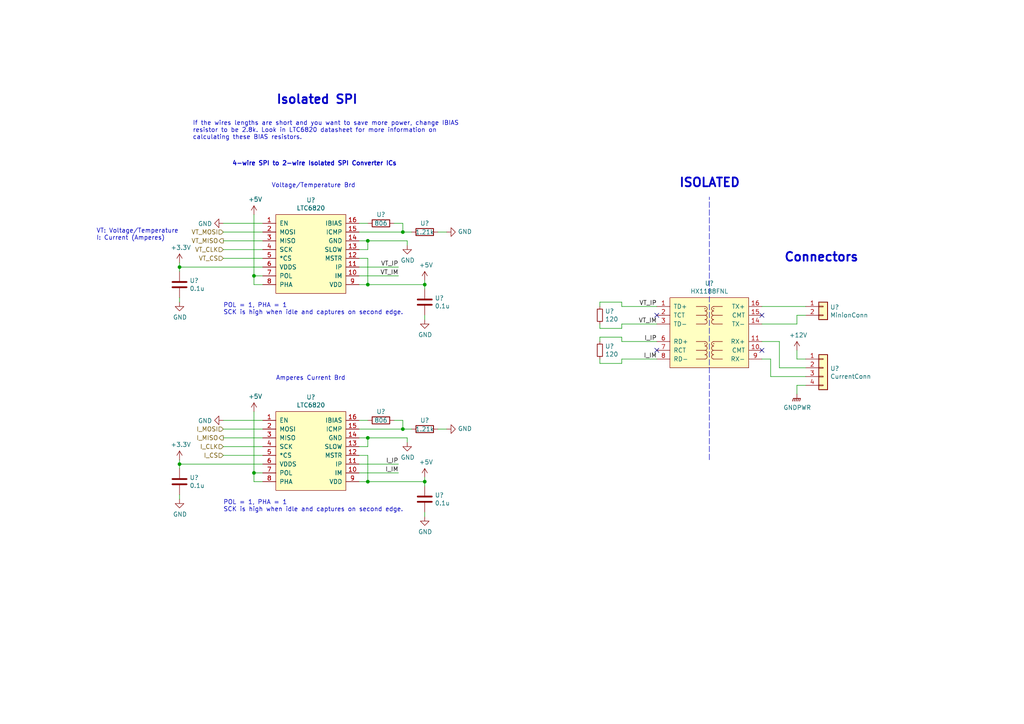
<source format=kicad_sch>
(kicad_sch (version 20211123) (generator eeschema)

  (uuid fb50f0d7-c85c-4955-a6ad-65fa4f2ca52f)

  (paper "A4")

  (lib_symbols
    (symbol "Connector_Generic:Conn_01x02" (pin_names (offset 1.016) hide) (in_bom yes) (on_board yes)
      (property "Reference" "J" (id 0) (at 0 2.54 0)
        (effects (font (size 1.27 1.27)))
      )
      (property "Value" "Conn_01x02" (id 1) (at 0 -5.08 0)
        (effects (font (size 1.27 1.27)))
      )
      (property "Footprint" "" (id 2) (at 0 0 0)
        (effects (font (size 1.27 1.27)) hide)
      )
      (property "Datasheet" "~" (id 3) (at 0 0 0)
        (effects (font (size 1.27 1.27)) hide)
      )
      (property "ki_keywords" "connector" (id 4) (at 0 0 0)
        (effects (font (size 1.27 1.27)) hide)
      )
      (property "ki_description" "Generic connector, single row, 01x02, script generated (kicad-library-utils/schlib/autogen/connector/)" (id 5) (at 0 0 0)
        (effects (font (size 1.27 1.27)) hide)
      )
      (property "ki_fp_filters" "Connector*:*_1x??_*" (id 6) (at 0 0 0)
        (effects (font (size 1.27 1.27)) hide)
      )
      (symbol "Conn_01x02_1_1"
        (rectangle (start -1.27 -2.413) (end 0 -2.667)
          (stroke (width 0.1524) (type default) (color 0 0 0 0))
          (fill (type none))
        )
        (rectangle (start -1.27 0.127) (end 0 -0.127)
          (stroke (width 0.1524) (type default) (color 0 0 0 0))
          (fill (type none))
        )
        (rectangle (start -1.27 1.27) (end 1.27 -3.81)
          (stroke (width 0.254) (type default) (color 0 0 0 0))
          (fill (type background))
        )
        (pin passive line (at -5.08 0 0) (length 3.81)
          (name "Pin_1" (effects (font (size 1.27 1.27))))
          (number "1" (effects (font (size 1.27 1.27))))
        )
        (pin passive line (at -5.08 -2.54 0) (length 3.81)
          (name "Pin_2" (effects (font (size 1.27 1.27))))
          (number "2" (effects (font (size 1.27 1.27))))
        )
      )
    )
    (symbol "Connector_Generic:Conn_01x04" (pin_names (offset 1.016) hide) (in_bom yes) (on_board yes)
      (property "Reference" "J" (id 0) (at 0 5.08 0)
        (effects (font (size 1.27 1.27)))
      )
      (property "Value" "Conn_01x04" (id 1) (at 0 -7.62 0)
        (effects (font (size 1.27 1.27)))
      )
      (property "Footprint" "" (id 2) (at 0 0 0)
        (effects (font (size 1.27 1.27)) hide)
      )
      (property "Datasheet" "~" (id 3) (at 0 0 0)
        (effects (font (size 1.27 1.27)) hide)
      )
      (property "ki_keywords" "connector" (id 4) (at 0 0 0)
        (effects (font (size 1.27 1.27)) hide)
      )
      (property "ki_description" "Generic connector, single row, 01x04, script generated (kicad-library-utils/schlib/autogen/connector/)" (id 5) (at 0 0 0)
        (effects (font (size 1.27 1.27)) hide)
      )
      (property "ki_fp_filters" "Connector*:*_1x??_*" (id 6) (at 0 0 0)
        (effects (font (size 1.27 1.27)) hide)
      )
      (symbol "Conn_01x04_1_1"
        (rectangle (start -1.27 -4.953) (end 0 -5.207)
          (stroke (width 0.1524) (type default) (color 0 0 0 0))
          (fill (type none))
        )
        (rectangle (start -1.27 -2.413) (end 0 -2.667)
          (stroke (width 0.1524) (type default) (color 0 0 0 0))
          (fill (type none))
        )
        (rectangle (start -1.27 0.127) (end 0 -0.127)
          (stroke (width 0.1524) (type default) (color 0 0 0 0))
          (fill (type none))
        )
        (rectangle (start -1.27 2.667) (end 0 2.413)
          (stroke (width 0.1524) (type default) (color 0 0 0 0))
          (fill (type none))
        )
        (rectangle (start -1.27 3.81) (end 1.27 -6.35)
          (stroke (width 0.254) (type default) (color 0 0 0 0))
          (fill (type background))
        )
        (pin passive line (at -5.08 2.54 0) (length 3.81)
          (name "Pin_1" (effects (font (size 1.27 1.27))))
          (number "1" (effects (font (size 1.27 1.27))))
        )
        (pin passive line (at -5.08 0 0) (length 3.81)
          (name "Pin_2" (effects (font (size 1.27 1.27))))
          (number "2" (effects (font (size 1.27 1.27))))
        )
        (pin passive line (at -5.08 -2.54 0) (length 3.81)
          (name "Pin_3" (effects (font (size 1.27 1.27))))
          (number "3" (effects (font (size 1.27 1.27))))
        )
        (pin passive line (at -5.08 -5.08 0) (length 3.81)
          (name "Pin_4" (effects (font (size 1.27 1.27))))
          (number "4" (effects (font (size 1.27 1.27))))
        )
      )
    )
    (symbol "Device:C" (pin_numbers hide) (pin_names (offset 0.254)) (in_bom yes) (on_board yes)
      (property "Reference" "C" (id 0) (at 0.635 2.54 0)
        (effects (font (size 1.27 1.27)) (justify left))
      )
      (property "Value" "C" (id 1) (at 0.635 -2.54 0)
        (effects (font (size 1.27 1.27)) (justify left))
      )
      (property "Footprint" "" (id 2) (at 0.9652 -3.81 0)
        (effects (font (size 1.27 1.27)) hide)
      )
      (property "Datasheet" "~" (id 3) (at 0 0 0)
        (effects (font (size 1.27 1.27)) hide)
      )
      (property "ki_keywords" "cap capacitor" (id 4) (at 0 0 0)
        (effects (font (size 1.27 1.27)) hide)
      )
      (property "ki_description" "Unpolarized capacitor" (id 5) (at 0 0 0)
        (effects (font (size 1.27 1.27)) hide)
      )
      (property "ki_fp_filters" "C_*" (id 6) (at 0 0 0)
        (effects (font (size 1.27 1.27)) hide)
      )
      (symbol "C_0_1"
        (polyline
          (pts
            (xy -2.032 -0.762)
            (xy 2.032 -0.762)
          )
          (stroke (width 0.508) (type default) (color 0 0 0 0))
          (fill (type none))
        )
        (polyline
          (pts
            (xy -2.032 0.762)
            (xy 2.032 0.762)
          )
          (stroke (width 0.508) (type default) (color 0 0 0 0))
          (fill (type none))
        )
      )
      (symbol "C_1_1"
        (pin passive line (at 0 3.81 270) (length 2.794)
          (name "~" (effects (font (size 1.27 1.27))))
          (number "1" (effects (font (size 1.27 1.27))))
        )
        (pin passive line (at 0 -3.81 90) (length 2.794)
          (name "~" (effects (font (size 1.27 1.27))))
          (number "2" (effects (font (size 1.27 1.27))))
        )
      )
    )
    (symbol "Device:R" (pin_numbers hide) (pin_names (offset 0)) (in_bom yes) (on_board yes)
      (property "Reference" "R" (id 0) (at 2.032 0 90)
        (effects (font (size 1.27 1.27)))
      )
      (property "Value" "R" (id 1) (at 0 0 90)
        (effects (font (size 1.27 1.27)))
      )
      (property "Footprint" "" (id 2) (at -1.778 0 90)
        (effects (font (size 1.27 1.27)) hide)
      )
      (property "Datasheet" "~" (id 3) (at 0 0 0)
        (effects (font (size 1.27 1.27)) hide)
      )
      (property "ki_keywords" "R res resistor" (id 4) (at 0 0 0)
        (effects (font (size 1.27 1.27)) hide)
      )
      (property "ki_description" "Resistor" (id 5) (at 0 0 0)
        (effects (font (size 1.27 1.27)) hide)
      )
      (property "ki_fp_filters" "R_*" (id 6) (at 0 0 0)
        (effects (font (size 1.27 1.27)) hide)
      )
      (symbol "R_0_1"
        (rectangle (start -1.016 -2.54) (end 1.016 2.54)
          (stroke (width 0.254) (type default) (color 0 0 0 0))
          (fill (type none))
        )
      )
      (symbol "R_1_1"
        (pin passive line (at 0 3.81 270) (length 1.27)
          (name "~" (effects (font (size 1.27 1.27))))
          (number "1" (effects (font (size 1.27 1.27))))
        )
        (pin passive line (at 0 -3.81 90) (length 1.27)
          (name "~" (effects (font (size 1.27 1.27))))
          (number "2" (effects (font (size 1.27 1.27))))
        )
      )
    )
    (symbol "Device:R_Small" (pin_numbers hide) (pin_names (offset 0.254) hide) (in_bom yes) (on_board yes)
      (property "Reference" "R" (id 0) (at 0.762 0.508 0)
        (effects (font (size 1.27 1.27)) (justify left))
      )
      (property "Value" "R_Small" (id 1) (at 0.762 -1.016 0)
        (effects (font (size 1.27 1.27)) (justify left))
      )
      (property "Footprint" "" (id 2) (at 0 0 0)
        (effects (font (size 1.27 1.27)) hide)
      )
      (property "Datasheet" "~" (id 3) (at 0 0 0)
        (effects (font (size 1.27 1.27)) hide)
      )
      (property "ki_keywords" "R resistor" (id 4) (at 0 0 0)
        (effects (font (size 1.27 1.27)) hide)
      )
      (property "ki_description" "Resistor, small symbol" (id 5) (at 0 0 0)
        (effects (font (size 1.27 1.27)) hide)
      )
      (property "ki_fp_filters" "R_*" (id 6) (at 0 0 0)
        (effects (font (size 1.27 1.27)) hide)
      )
      (symbol "R_Small_0_1"
        (rectangle (start -0.762 1.778) (end 0.762 -1.778)
          (stroke (width 0.2032) (type default) (color 0 0 0 0))
          (fill (type none))
        )
      )
      (symbol "R_Small_1_1"
        (pin passive line (at 0 2.54 270) (length 0.762)
          (name "~" (effects (font (size 1.27 1.27))))
          (number "1" (effects (font (size 1.27 1.27))))
        )
        (pin passive line (at 0 -2.54 90) (length 0.762)
          (name "~" (effects (font (size 1.27 1.27))))
          (number "2" (effects (font (size 1.27 1.27))))
        )
      )
    )
    (symbol "power:+12V" (power) (pin_names (offset 0)) (in_bom yes) (on_board yes)
      (property "Reference" "#PWR" (id 0) (at 0 -3.81 0)
        (effects (font (size 1.27 1.27)) hide)
      )
      (property "Value" "+12V" (id 1) (at 0 3.556 0)
        (effects (font (size 1.27 1.27)))
      )
      (property "Footprint" "" (id 2) (at 0 0 0)
        (effects (font (size 1.27 1.27)) hide)
      )
      (property "Datasheet" "" (id 3) (at 0 0 0)
        (effects (font (size 1.27 1.27)) hide)
      )
      (property "ki_keywords" "power-flag" (id 4) (at 0 0 0)
        (effects (font (size 1.27 1.27)) hide)
      )
      (property "ki_description" "Power symbol creates a global label with name \"+12V\"" (id 5) (at 0 0 0)
        (effects (font (size 1.27 1.27)) hide)
      )
      (symbol "+12V_0_1"
        (polyline
          (pts
            (xy -0.762 1.27)
            (xy 0 2.54)
          )
          (stroke (width 0) (type default) (color 0 0 0 0))
          (fill (type none))
        )
        (polyline
          (pts
            (xy 0 0)
            (xy 0 2.54)
          )
          (stroke (width 0) (type default) (color 0 0 0 0))
          (fill (type none))
        )
        (polyline
          (pts
            (xy 0 2.54)
            (xy 0.762 1.27)
          )
          (stroke (width 0) (type default) (color 0 0 0 0))
          (fill (type none))
        )
      )
      (symbol "+12V_1_1"
        (pin power_in line (at 0 0 90) (length 0) hide
          (name "+12V" (effects (font (size 1.27 1.27))))
          (number "1" (effects (font (size 1.27 1.27))))
        )
      )
    )
    (symbol "power:+3.3V" (power) (pin_names (offset 0)) (in_bom yes) (on_board yes)
      (property "Reference" "#PWR" (id 0) (at 0 -3.81 0)
        (effects (font (size 1.27 1.27)) hide)
      )
      (property "Value" "+3.3V" (id 1) (at 0 3.556 0)
        (effects (font (size 1.27 1.27)))
      )
      (property "Footprint" "" (id 2) (at 0 0 0)
        (effects (font (size 1.27 1.27)) hide)
      )
      (property "Datasheet" "" (id 3) (at 0 0 0)
        (effects (font (size 1.27 1.27)) hide)
      )
      (property "ki_keywords" "power-flag" (id 4) (at 0 0 0)
        (effects (font (size 1.27 1.27)) hide)
      )
      (property "ki_description" "Power symbol creates a global label with name \"+3.3V\"" (id 5) (at 0 0 0)
        (effects (font (size 1.27 1.27)) hide)
      )
      (symbol "+3.3V_0_1"
        (polyline
          (pts
            (xy -0.762 1.27)
            (xy 0 2.54)
          )
          (stroke (width 0) (type default) (color 0 0 0 0))
          (fill (type none))
        )
        (polyline
          (pts
            (xy 0 0)
            (xy 0 2.54)
          )
          (stroke (width 0) (type default) (color 0 0 0 0))
          (fill (type none))
        )
        (polyline
          (pts
            (xy 0 2.54)
            (xy 0.762 1.27)
          )
          (stroke (width 0) (type default) (color 0 0 0 0))
          (fill (type none))
        )
      )
      (symbol "+3.3V_1_1"
        (pin power_in line (at 0 0 90) (length 0) hide
          (name "+3.3V" (effects (font (size 1.27 1.27))))
          (number "1" (effects (font (size 1.27 1.27))))
        )
      )
    )
    (symbol "power:+5V" (power) (pin_names (offset 0)) (in_bom yes) (on_board yes)
      (property "Reference" "#PWR" (id 0) (at 0 -3.81 0)
        (effects (font (size 1.27 1.27)) hide)
      )
      (property "Value" "+5V" (id 1) (at 0 3.556 0)
        (effects (font (size 1.27 1.27)))
      )
      (property "Footprint" "" (id 2) (at 0 0 0)
        (effects (font (size 1.27 1.27)) hide)
      )
      (property "Datasheet" "" (id 3) (at 0 0 0)
        (effects (font (size 1.27 1.27)) hide)
      )
      (property "ki_keywords" "power-flag" (id 4) (at 0 0 0)
        (effects (font (size 1.27 1.27)) hide)
      )
      (property "ki_description" "Power symbol creates a global label with name \"+5V\"" (id 5) (at 0 0 0)
        (effects (font (size 1.27 1.27)) hide)
      )
      (symbol "+5V_0_1"
        (polyline
          (pts
            (xy -0.762 1.27)
            (xy 0 2.54)
          )
          (stroke (width 0) (type default) (color 0 0 0 0))
          (fill (type none))
        )
        (polyline
          (pts
            (xy 0 0)
            (xy 0 2.54)
          )
          (stroke (width 0) (type default) (color 0 0 0 0))
          (fill (type none))
        )
        (polyline
          (pts
            (xy 0 2.54)
            (xy 0.762 1.27)
          )
          (stroke (width 0) (type default) (color 0 0 0 0))
          (fill (type none))
        )
      )
      (symbol "+5V_1_1"
        (pin power_in line (at 0 0 90) (length 0) hide
          (name "+5V" (effects (font (size 1.27 1.27))))
          (number "1" (effects (font (size 1.27 1.27))))
        )
      )
    )
    (symbol "power:GND" (power) (pin_names (offset 0)) (in_bom yes) (on_board yes)
      (property "Reference" "#PWR" (id 0) (at 0 -6.35 0)
        (effects (font (size 1.27 1.27)) hide)
      )
      (property "Value" "GND" (id 1) (at 0 -3.81 0)
        (effects (font (size 1.27 1.27)))
      )
      (property "Footprint" "" (id 2) (at 0 0 0)
        (effects (font (size 1.27 1.27)) hide)
      )
      (property "Datasheet" "" (id 3) (at 0 0 0)
        (effects (font (size 1.27 1.27)) hide)
      )
      (property "ki_keywords" "power-flag" (id 4) (at 0 0 0)
        (effects (font (size 1.27 1.27)) hide)
      )
      (property "ki_description" "Power symbol creates a global label with name \"GND\" , ground" (id 5) (at 0 0 0)
        (effects (font (size 1.27 1.27)) hide)
      )
      (symbol "GND_0_1"
        (polyline
          (pts
            (xy 0 0)
            (xy 0 -1.27)
            (xy 1.27 -1.27)
            (xy 0 -2.54)
            (xy -1.27 -1.27)
            (xy 0 -1.27)
          )
          (stroke (width 0) (type default) (color 0 0 0 0))
          (fill (type none))
        )
      )
      (symbol "GND_1_1"
        (pin power_in line (at 0 0 270) (length 0) hide
          (name "GND" (effects (font (size 1.27 1.27))))
          (number "1" (effects (font (size 1.27 1.27))))
        )
      )
    )
    (symbol "power:GNDPWR" (power) (pin_names (offset 0)) (in_bom yes) (on_board yes)
      (property "Reference" "#PWR" (id 0) (at 0 -5.08 0)
        (effects (font (size 1.27 1.27)) hide)
      )
      (property "Value" "GNDPWR" (id 1) (at 0 -3.302 0)
        (effects (font (size 1.27 1.27)))
      )
      (property "Footprint" "" (id 2) (at 0 -1.27 0)
        (effects (font (size 1.27 1.27)) hide)
      )
      (property "Datasheet" "" (id 3) (at 0 -1.27 0)
        (effects (font (size 1.27 1.27)) hide)
      )
      (property "ki_keywords" "power-flag" (id 4) (at 0 0 0)
        (effects (font (size 1.27 1.27)) hide)
      )
      (property "ki_description" "Power symbol creates a global label with name \"GNDPWR\" , power ground" (id 5) (at 0 0 0)
        (effects (font (size 1.27 1.27)) hide)
      )
      (symbol "GNDPWR_0_1"
        (polyline
          (pts
            (xy 0 -1.27)
            (xy 0 0)
          )
          (stroke (width 0) (type default) (color 0 0 0 0))
          (fill (type none))
        )
        (polyline
          (pts
            (xy -1.016 -1.27)
            (xy -1.27 -2.032)
            (xy -1.27 -2.032)
          )
          (stroke (width 0.2032) (type default) (color 0 0 0 0))
          (fill (type none))
        )
        (polyline
          (pts
            (xy -0.508 -1.27)
            (xy -0.762 -2.032)
            (xy -0.762 -2.032)
          )
          (stroke (width 0.2032) (type default) (color 0 0 0 0))
          (fill (type none))
        )
        (polyline
          (pts
            (xy 0 -1.27)
            (xy -0.254 -2.032)
            (xy -0.254 -2.032)
          )
          (stroke (width 0.2032) (type default) (color 0 0 0 0))
          (fill (type none))
        )
        (polyline
          (pts
            (xy 0.508 -1.27)
            (xy 0.254 -2.032)
            (xy 0.254 -2.032)
          )
          (stroke (width 0.2032) (type default) (color 0 0 0 0))
          (fill (type none))
        )
        (polyline
          (pts
            (xy 1.016 -1.27)
            (xy -1.016 -1.27)
            (xy -1.016 -1.27)
          )
          (stroke (width 0.2032) (type default) (color 0 0 0 0))
          (fill (type none))
        )
        (polyline
          (pts
            (xy 1.016 -1.27)
            (xy 0.762 -2.032)
            (xy 0.762 -2.032)
            (xy 0.762 -2.032)
          )
          (stroke (width 0.2032) (type default) (color 0 0 0 0))
          (fill (type none))
        )
      )
      (symbol "GNDPWR_1_1"
        (pin power_in line (at 0 0 270) (length 0) hide
          (name "GNDPWR" (effects (font (size 1.27 1.27))))
          (number "1" (effects (font (size 1.27 1.27))))
        )
      )
    )
    (symbol "utsvt-bps:LTC6820" (pin_names (offset 1.016)) (in_bom yes) (on_board yes)
      (property "Reference" "U" (id 0) (at 0 3.81 0)
        (effects (font (size 1.27 1.27)))
      )
      (property "Value" "LTC6820" (id 1) (at 0 1.27 0)
        (effects (font (size 1.27 1.27)))
      )
      (property "Footprint" "" (id 2) (at 0 0 0)
        (effects (font (size 1.27 1.27)) hide)
      )
      (property "Datasheet" "" (id 3) (at 0 0 0)
        (effects (font (size 1.27 1.27)) hide)
      )
      (symbol "LTC6820_0_1"
        (rectangle (start -10.16 0) (end 10.16 -22.86)
          (stroke (width 0) (type default) (color 0 0 0 0))
          (fill (type background))
        )
      )
      (symbol "LTC6820_1_1"
        (pin input line (at -13.97 -2.54 0) (length 3.81)
          (name "EN" (effects (font (size 1.27 1.27))))
          (number "1" (effects (font (size 1.27 1.27))))
        )
        (pin bidirectional line (at 13.97 -17.78 180) (length 3.81)
          (name "IM" (effects (font (size 1.27 1.27))))
          (number "10" (effects (font (size 1.27 1.27))))
        )
        (pin bidirectional line (at 13.97 -15.24 180) (length 3.81)
          (name "IP" (effects (font (size 1.27 1.27))))
          (number "11" (effects (font (size 1.27 1.27))))
        )
        (pin input line (at 13.97 -12.7 180) (length 3.81)
          (name "MSTR" (effects (font (size 1.27 1.27))))
          (number "12" (effects (font (size 1.27 1.27))))
        )
        (pin input line (at 13.97 -10.16 180) (length 3.81)
          (name "SLOW" (effects (font (size 1.27 1.27))))
          (number "13" (effects (font (size 1.27 1.27))))
        )
        (pin power_in line (at 13.97 -7.62 180) (length 3.81)
          (name "GND" (effects (font (size 1.27 1.27))))
          (number "14" (effects (font (size 1.27 1.27))))
        )
        (pin input line (at 13.97 -5.08 180) (length 3.81)
          (name "ICMP" (effects (font (size 1.27 1.27))))
          (number "15" (effects (font (size 1.27 1.27))))
        )
        (pin input line (at 13.97 -2.54 180) (length 3.81)
          (name "IBIAS" (effects (font (size 1.27 1.27))))
          (number "16" (effects (font (size 1.27 1.27))))
        )
        (pin bidirectional line (at -13.97 -5.08 0) (length 3.81)
          (name "MOSI" (effects (font (size 1.27 1.27))))
          (number "2" (effects (font (size 1.27 1.27))))
        )
        (pin bidirectional line (at -13.97 -7.62 0) (length 3.81)
          (name "MISO" (effects (font (size 1.27 1.27))))
          (number "3" (effects (font (size 1.27 1.27))))
        )
        (pin bidirectional line (at -13.97 -10.16 0) (length 3.81)
          (name "SCK" (effects (font (size 1.27 1.27))))
          (number "4" (effects (font (size 1.27 1.27))))
        )
        (pin bidirectional line (at -13.97 -12.7 0) (length 3.81)
          (name "*CS" (effects (font (size 1.27 1.27))))
          (number "5" (effects (font (size 1.27 1.27))))
        )
        (pin power_in line (at -13.97 -15.24 0) (length 3.81)
          (name "VDDS" (effects (font (size 1.27 1.27))))
          (number "6" (effects (font (size 1.27 1.27))))
        )
        (pin input line (at -13.97 -17.78 0) (length 3.81)
          (name "POL" (effects (font (size 1.27 1.27))))
          (number "7" (effects (font (size 1.27 1.27))))
        )
        (pin input line (at -13.97 -20.32 0) (length 3.81)
          (name "PHA" (effects (font (size 1.27 1.27))))
          (number "8" (effects (font (size 1.27 1.27))))
        )
        (pin power_in line (at 13.97 -20.32 180) (length 3.81)
          (name "VDD" (effects (font (size 1.27 1.27))))
          (number "9" (effects (font (size 1.27 1.27))))
        )
      )
    )
    (symbol "utsvt-chips:HX1188FNL" (pin_names (offset 1.016)) (in_bom yes) (on_board yes)
      (property "Reference" "U" (id 0) (at 0 3.81 0)
        (effects (font (size 1.27 1.27)))
      )
      (property "Value" "HX1188FNL" (id 1) (at 0 1.27 0)
        (effects (font (size 1.27 1.27)))
      )
      (property "Footprint" "UTSVT_Passive:HXXXX" (id 2) (at 0 0 0)
        (effects (font (size 1.27 1.27)) hide)
      )
      (property "Datasheet" "https://www.mouser.com/datasheet/2/336/HX1188NL-515471.pdf" (id 3) (at 0 0 0)
        (effects (font (size 1.27 1.27)) hide)
      )
      (property "ki_keywords" "transformer, CMC" (id 4) (at 0 0 0)
        (effects (font (size 1.27 1.27)) hide)
      )
      (property "ki_description" "Dual Transformer with CMC" (id 5) (at 0 0 0)
        (effects (font (size 1.27 1.27)) hide)
      )
      (symbol "HX1188FNL_0_1"
        (rectangle (start -11.43 0) (end 11.43 -20.32)
          (stroke (width 0) (type default) (color 0 0 0 0))
          (fill (type background))
        )
        (rectangle (start -3.81 -5.08) (end -1.27 -5.08)
          (stroke (width 0) (type default) (color 0 0 0 0))
          (fill (type none))
        )
        (rectangle (start -1.27 -17.78) (end -3.81 -17.78)
          (stroke (width 0) (type default) (color 0 0 0 0))
          (fill (type none))
        )
        (arc (start -1.27 -17.78) (mid -0.635 -17.145) (end -1.27 -16.51)
          (stroke (width 0) (type default) (color 0 0 0 0))
          (fill (type none))
        )
        (arc (start -1.27 -16.51) (mid -0.635 -15.875) (end -1.27 -15.24)
          (stroke (width 0) (type default) (color 0 0 0 0))
          (fill (type none))
        )
        (rectangle (start -1.27 -15.24) (end -3.81 -15.24)
          (stroke (width 0) (type default) (color 0 0 0 0))
          (fill (type none))
        )
        (arc (start -1.27 -15.24) (mid -0.635 -14.605) (end -1.27 -13.97)
          (stroke (width 0) (type default) (color 0 0 0 0))
          (fill (type none))
        )
        (arc (start -1.27 -13.97) (mid -0.635 -13.335) (end -1.27 -12.7)
          (stroke (width 0) (type default) (color 0 0 0 0))
          (fill (type none))
        )
        (circle (center -1.27 -13.335) (radius 0.0001)
          (stroke (width 0) (type default) (color 0 0 0 0))
          (fill (type none))
        )
        (rectangle (start -1.27 -12.7) (end -3.81 -12.7)
          (stroke (width 0) (type default) (color 0 0 0 0))
          (fill (type none))
        )
        (rectangle (start -1.27 -7.62) (end -3.81 -7.62)
          (stroke (width 0) (type default) (color 0 0 0 0))
          (fill (type none))
        )
        (arc (start -1.27 -7.62) (mid -0.635 -6.985) (end -1.27 -6.35)
          (stroke (width 0) (type default) (color 0 0 0 0))
          (fill (type none))
        )
        (arc (start -1.27 -6.35) (mid -0.635 -5.715) (end -1.27 -5.08)
          (stroke (width 0) (type default) (color 0 0 0 0))
          (fill (type none))
        )
        (arc (start -1.27 -5.08) (mid -0.635 -4.445) (end -1.27 -3.81)
          (stroke (width 0) (type default) (color 0 0 0 0))
          (fill (type none))
        )
        (arc (start -1.27 -3.81) (mid -0.635 -3.175) (end -1.27 -2.54)
          (stroke (width 0) (type default) (color 0 0 0 0))
          (fill (type none))
        )
        (circle (center -1.27 -3.175) (radius 0.0001)
          (stroke (width 0) (type default) (color 0 0 0 0))
          (fill (type none))
        )
        (rectangle (start -1.27 -2.54) (end -3.81 -2.54)
          (stroke (width 0) (type default) (color 0 0 0 0))
          (fill (type none))
        )
        (rectangle (start 1.27 -17.78) (end 3.81 -17.78)
          (stroke (width 0) (type default) (color 0 0 0 0))
          (fill (type none))
        )
        (arc (start 1.27 -16.51) (mid 0.635 -17.145) (end 1.27 -17.78)
          (stroke (width 0) (type default) (color 0 0 0 0))
          (fill (type none))
        )
        (arc (start 1.27 -15.24) (mid 0.635 -15.875) (end 1.27 -16.51)
          (stroke (width 0) (type default) (color 0 0 0 0))
          (fill (type none))
        )
        (rectangle (start 1.27 -15.24) (end 3.81 -15.24)
          (stroke (width 0) (type default) (color 0 0 0 0))
          (fill (type none))
        )
        (arc (start 1.27 -13.97) (mid 0.635 -14.605) (end 1.27 -15.24)
          (stroke (width 0) (type default) (color 0 0 0 0))
          (fill (type none))
        )
        (circle (center 1.27 -13.335) (radius 0.0001)
          (stroke (width 0) (type default) (color 0 0 0 0))
          (fill (type none))
        )
        (arc (start 1.27 -12.7) (mid 0.635 -13.335) (end 1.27 -13.97)
          (stroke (width 0) (type default) (color 0 0 0 0))
          (fill (type none))
        )
        (rectangle (start 1.27 -12.7) (end 3.81 -12.7)
          (stroke (width 0) (type default) (color 0 0 0 0))
          (fill (type none))
        )
        (rectangle (start 1.27 -7.62) (end 3.81 -7.62)
          (stroke (width 0) (type default) (color 0 0 0 0))
          (fill (type none))
        )
        (arc (start 1.27 -6.35) (mid 0.635 -6.985) (end 1.27 -7.62)
          (stroke (width 0) (type default) (color 0 0 0 0))
          (fill (type none))
        )
        (arc (start 1.27 -5.08) (mid 0.635 -5.715) (end 1.27 -6.35)
          (stroke (width 0) (type default) (color 0 0 0 0))
          (fill (type none))
        )
        (rectangle (start 1.27 -5.08) (end 3.81 -5.08)
          (stroke (width 0) (type default) (color 0 0 0 0))
          (fill (type none))
        )
        (arc (start 1.27 -3.81) (mid 0.635 -4.445) (end 1.27 -5.08)
          (stroke (width 0) (type default) (color 0 0 0 0))
          (fill (type none))
        )
        (circle (center 1.27 -3.175) (radius 0.0001)
          (stroke (width 0) (type default) (color 0 0 0 0))
          (fill (type none))
        )
        (arc (start 1.27 -2.54) (mid 0.635 -3.175) (end 1.27 -3.81)
          (stroke (width 0) (type default) (color 0 0 0 0))
          (fill (type none))
        )
        (rectangle (start 1.27 -2.54) (end 3.81 -2.54)
          (stroke (width 0) (type default) (color 0 0 0 0))
          (fill (type none))
        )
      )
      (symbol "HX1188FNL_1_1"
        (pin bidirectional line (at -15.24 -2.54 0) (length 3.81)
          (name "TD+" (effects (font (size 1.27 1.27))))
          (number "1" (effects (font (size 1.27 1.27))))
        )
        (pin bidirectional line (at 15.24 -15.24 180) (length 3.81)
          (name "CMT" (effects (font (size 1.27 1.27))))
          (number "10" (effects (font (size 1.27 1.27))))
        )
        (pin bidirectional line (at 15.24 -12.7 180) (length 3.81)
          (name "RX+" (effects (font (size 1.27 1.27))))
          (number "11" (effects (font (size 1.27 1.27))))
        )
        (pin bidirectional line (at 15.24 -7.62 180) (length 3.81)
          (name "TX-" (effects (font (size 1.27 1.27))))
          (number "14" (effects (font (size 1.27 1.27))))
        )
        (pin bidirectional line (at 15.24 -5.08 180) (length 3.81)
          (name "CMT" (effects (font (size 1.27 1.27))))
          (number "15" (effects (font (size 1.27 1.27))))
        )
        (pin bidirectional line (at 15.24 -2.54 180) (length 3.81)
          (name "TX+" (effects (font (size 1.27 1.27))))
          (number "16" (effects (font (size 1.27 1.27))))
        )
        (pin bidirectional line (at -15.24 -5.08 0) (length 3.81)
          (name "TCT" (effects (font (size 1.27 1.27))))
          (number "2" (effects (font (size 1.27 1.27))))
        )
        (pin bidirectional line (at -15.24 -7.62 0) (length 3.81)
          (name "TD-" (effects (font (size 1.27 1.27))))
          (number "3" (effects (font (size 1.27 1.27))))
        )
        (pin bidirectional line (at -15.24 -12.7 0) (length 3.81)
          (name "RD+" (effects (font (size 1.27 1.27))))
          (number "6" (effects (font (size 1.27 1.27))))
        )
        (pin bidirectional line (at -15.24 -15.24 0) (length 3.81)
          (name "RCT" (effects (font (size 1.27 1.27))))
          (number "7" (effects (font (size 1.27 1.27))))
        )
        (pin bidirectional line (at -15.24 -17.78 0) (length 3.81)
          (name "RD-" (effects (font (size 1.27 1.27))))
          (number "8" (effects (font (size 1.27 1.27))))
        )
        (pin bidirectional line (at 15.24 -17.78 180) (length 3.81)
          (name "RX-" (effects (font (size 1.27 1.27))))
          (number "9" (effects (font (size 1.27 1.27))))
        )
      )
    )
  )

  (junction (at 123.19 139.7) (diameter 0) (color 0 0 0 0)
    (uuid 0f33cbda-6158-42a8-bd60-5bd9f9a5ca0e)
  )
  (junction (at 123.19 82.55) (diameter 0) (color 0 0 0 0)
    (uuid 1b5ab091-ea95-4c45-b97f-d868f1167365)
  )
  (junction (at 106.68 139.7) (diameter 0) (color 0 0 0 0)
    (uuid 3164d5c6-81be-4d76-ac6a-f2ba9d00b3b3)
  )
  (junction (at 116.84 67.31) (diameter 0) (color 0 0 0 0)
    (uuid 400eeca0-6f91-4e36-8f11-a1eb58959bb1)
  )
  (junction (at 73.66 137.16) (diameter 0) (color 0 0 0 0)
    (uuid 7f67a301-b9a5-436c-8b43-6eced1d4e45f)
  )
  (junction (at 106.68 82.55) (diameter 0) (color 0 0 0 0)
    (uuid 94fe89c9-ee2c-4ce0-b7cf-c5b920170e3d)
  )
  (junction (at 106.68 69.85) (diameter 0) (color 0 0 0 0)
    (uuid 98d3ec9b-9d3f-487c-9d7f-94932939c0e4)
  )
  (junction (at 73.66 80.01) (diameter 0) (color 0 0 0 0)
    (uuid 9bc5c6b0-73b6-4d43-b127-120a98cc91de)
  )
  (junction (at 116.84 124.46) (diameter 0) (color 0 0 0 0)
    (uuid 9fc6c04c-e9fe-4bf0-8d11-0f10803875ee)
  )
  (junction (at 52.07 77.47) (diameter 0) (color 0 0 0 0)
    (uuid a90cbe88-4e27-4651-83f4-63f7dd6dc80d)
  )
  (junction (at 106.68 127) (diameter 0) (color 0 0 0 0)
    (uuid b8e0f059-ceed-4b4f-94a3-871f0e9cc4e1)
  )
  (junction (at 52.07 134.62) (diameter 0) (color 0 0 0 0)
    (uuid f941f61a-09ed-427f-84db-82060bbc9e18)
  )

  (no_connect (at 220.98 101.6) (uuid 7ae19a87-ae9c-47dd-8eb6-f688951b80ed))
  (no_connect (at 190.5 91.44) (uuid b3e9bbb5-23bf-4425-a7c0-6d1afb6ec0c5))
  (no_connect (at 190.5 101.6) (uuid f195e34d-000f-4a56-bcd7-27a5f738cebd))
  (no_connect (at 220.98 91.44) (uuid f1ea4a81-ec50-4faa-ad35-e165344b4f5a))

  (wire (pts (xy 114.3 121.92) (xy 116.84 121.92))
    (stroke (width 0) (type default) (color 0 0 0 0))
    (uuid 000b61b6-db9e-4a40-a2bf-a16a59006e10)
  )
  (wire (pts (xy 104.14 74.93) (xy 106.68 74.93))
    (stroke (width 0) (type default) (color 0 0 0 0))
    (uuid 07d4693d-c588-44e1-8dd3-feb5b8bfc1c0)
  )
  (wire (pts (xy 64.77 121.92) (xy 76.2 121.92))
    (stroke (width 0) (type default) (color 0 0 0 0))
    (uuid 09ed7bfe-0dde-43a4-a820-9d05d9ab7a5a)
  )
  (wire (pts (xy 116.84 121.92) (xy 116.84 124.46))
    (stroke (width 0) (type default) (color 0 0 0 0))
    (uuid 0b10ee5a-a81e-4faa-b095-38fc5253f9a2)
  )
  (wire (pts (xy 180.34 95.25) (xy 173.99 95.25))
    (stroke (width 0) (type default) (color 0 0 0 0))
    (uuid 0f463006-e462-46aa-b7ed-27443685cd65)
  )
  (wire (pts (xy 106.68 132.08) (xy 106.68 139.7))
    (stroke (width 0) (type default) (color 0 0 0 0))
    (uuid 103c2ded-cb87-4a51-8456-44fffad2e146)
  )
  (wire (pts (xy 123.19 138.43) (xy 123.19 139.7))
    (stroke (width 0) (type default) (color 0 0 0 0))
    (uuid 11053dfb-de9c-49f0-8eb6-f826c6d0ed96)
  )
  (wire (pts (xy 116.84 124.46) (xy 104.14 124.46))
    (stroke (width 0) (type default) (color 0 0 0 0))
    (uuid 193f4fd7-dc2d-4a6b-ba3b-f4d8c3cfc738)
  )
  (wire (pts (xy 123.19 139.7) (xy 106.68 139.7))
    (stroke (width 0) (type default) (color 0 0 0 0))
    (uuid 1ce7db6b-27c6-4b08-8e80-510b96f1268b)
  )
  (wire (pts (xy 173.99 105.41) (xy 173.99 104.14))
    (stroke (width 0) (type default) (color 0 0 0 0))
    (uuid 1da75e50-6f7c-4cab-a646-04db5681db77)
  )
  (wire (pts (xy 180.34 105.41) (xy 173.99 105.41))
    (stroke (width 0) (type default) (color 0 0 0 0))
    (uuid 1dd4444e-068d-4f73-9e2c-e4f7ffe90de8)
  )
  (wire (pts (xy 119.38 124.46) (xy 116.84 124.46))
    (stroke (width 0) (type default) (color 0 0 0 0))
    (uuid 1de9edbd-d6af-42ad-bb8b-d81d60d3a468)
  )
  (wire (pts (xy 64.77 69.85) (xy 76.2 69.85))
    (stroke (width 0) (type default) (color 0 0 0 0))
    (uuid 2083d73b-f29c-4bd0-ab37-6bef777588cb)
  )
  (wire (pts (xy 52.07 87.63) (xy 52.07 86.36))
    (stroke (width 0) (type default) (color 0 0 0 0))
    (uuid 23d97a8e-f418-46c7-824e-5ad00f2b1a48)
  )
  (wire (pts (xy 73.66 119.38) (xy 73.66 137.16))
    (stroke (width 0) (type default) (color 0 0 0 0))
    (uuid 292c55dd-8ea7-48fe-9a37-b387082b728c)
  )
  (wire (pts (xy 116.84 64.77) (xy 116.84 67.31))
    (stroke (width 0) (type default) (color 0 0 0 0))
    (uuid 2cd53dae-8cb9-4414-a5e5-61764bad81c9)
  )
  (wire (pts (xy 76.2 137.16) (xy 73.66 137.16))
    (stroke (width 0) (type default) (color 0 0 0 0))
    (uuid 2e56339b-e04d-4183-affe-d59dc030cf5b)
  )
  (wire (pts (xy 180.34 99.06) (xy 190.5 99.06))
    (stroke (width 0) (type default) (color 0 0 0 0))
    (uuid 31ba5d82-7c60-4016-a722-74a0a081a9c2)
  )
  (wire (pts (xy 106.68 82.55) (xy 104.14 82.55))
    (stroke (width 0) (type default) (color 0 0 0 0))
    (uuid 31d797e6-3ead-476b-be5c-ba5a5eeb3d1e)
  )
  (wire (pts (xy 123.19 149.86) (xy 123.19 148.59))
    (stroke (width 0) (type default) (color 0 0 0 0))
    (uuid 35047b64-7f39-4959-8fda-19c00dae97b6)
  )
  (wire (pts (xy 180.34 87.63) (xy 180.34 88.9))
    (stroke (width 0) (type default) (color 0 0 0 0))
    (uuid 396076c7-ec67-4554-a7d4-6b752a67b5fe)
  )
  (wire (pts (xy 220.98 93.98) (xy 231.14 93.98))
    (stroke (width 0) (type default) (color 0 0 0 0))
    (uuid 3c773113-776d-4921-8e0f-50d2663a5028)
  )
  (wire (pts (xy 104.14 137.16) (xy 115.57 137.16))
    (stroke (width 0) (type default) (color 0 0 0 0))
    (uuid 3c7d5584-180a-4f8a-8ac6-623256153b6d)
  )
  (wire (pts (xy 104.14 132.08) (xy 106.68 132.08))
    (stroke (width 0) (type default) (color 0 0 0 0))
    (uuid 3ff13978-a718-441d-9f38-b6efa46be6b0)
  )
  (wire (pts (xy 64.77 67.31) (xy 76.2 67.31))
    (stroke (width 0) (type default) (color 0 0 0 0))
    (uuid 411efb7f-e05e-4d7a-a276-c0803e732a89)
  )
  (wire (pts (xy 123.19 92.71) (xy 123.19 91.44))
    (stroke (width 0) (type default) (color 0 0 0 0))
    (uuid 43972dae-3f1c-418f-8f08-f118dde97368)
  )
  (wire (pts (xy 118.11 128.27) (xy 118.11 127))
    (stroke (width 0) (type default) (color 0 0 0 0))
    (uuid 43d53d02-9552-4ecf-8953-6e8f19659791)
  )
  (wire (pts (xy 223.52 109.22) (xy 223.52 104.14))
    (stroke (width 0) (type default) (color 0 0 0 0))
    (uuid 468e7fd6-1f16-452e-a993-5e34d58205ea)
  )
  (wire (pts (xy 52.07 76.2) (xy 52.07 77.47))
    (stroke (width 0) (type default) (color 0 0 0 0))
    (uuid 4e179aa1-b965-4bbb-978d-f2e769f10e21)
  )
  (wire (pts (xy 104.14 121.92) (xy 106.68 121.92))
    (stroke (width 0) (type default) (color 0 0 0 0))
    (uuid 510e4ec9-2f7d-4373-a368-2cad2cb3a999)
  )
  (wire (pts (xy 73.66 62.23) (xy 73.66 80.01))
    (stroke (width 0) (type default) (color 0 0 0 0))
    (uuid 513b0a84-4ab1-430d-9ad2-801e9514bd63)
  )
  (wire (pts (xy 220.98 99.06) (xy 226.06 99.06))
    (stroke (width 0) (type default) (color 0 0 0 0))
    (uuid 513fac83-71a2-4f4c-ab5a-c911672fa014)
  )
  (wire (pts (xy 52.07 135.89) (xy 52.07 134.62))
    (stroke (width 0) (type default) (color 0 0 0 0))
    (uuid 5363c511-a116-40a7-bf3d-7958b7446d36)
  )
  (wire (pts (xy 64.77 132.08) (xy 76.2 132.08))
    (stroke (width 0) (type default) (color 0 0 0 0))
    (uuid 556cccb7-20a8-4971-8128-170097c5499c)
  )
  (wire (pts (xy 104.14 77.47) (xy 115.57 77.47))
    (stroke (width 0) (type default) (color 0 0 0 0))
    (uuid 571a3d7f-9e54-4681-968d-bf949fb92f20)
  )
  (wire (pts (xy 173.99 88.9) (xy 173.99 87.63))
    (stroke (width 0) (type default) (color 0 0 0 0))
    (uuid 59336c7d-bbb0-494f-9572-318d520239c2)
  )
  (wire (pts (xy 73.66 139.7) (xy 76.2 139.7))
    (stroke (width 0) (type default) (color 0 0 0 0))
    (uuid 61826884-1889-4fed-8d33-c3232e3896bb)
  )
  (wire (pts (xy 64.77 127) (xy 76.2 127))
    (stroke (width 0) (type default) (color 0 0 0 0))
    (uuid 64e6e4b3-492a-462d-af62-e8c434a471e3)
  )
  (wire (pts (xy 52.07 144.78) (xy 52.07 143.51))
    (stroke (width 0) (type default) (color 0 0 0 0))
    (uuid 6e6da604-537b-4725-af49-80b2b6e2ca3c)
  )
  (wire (pts (xy 173.99 87.63) (xy 180.34 87.63))
    (stroke (width 0) (type default) (color 0 0 0 0))
    (uuid 7065d8a5-7849-4e42-be8e-b8078620452b)
  )
  (wire (pts (xy 180.34 104.14) (xy 180.34 105.41))
    (stroke (width 0) (type default) (color 0 0 0 0))
    (uuid 71254675-5176-4e6f-a26d-f6e161e08208)
  )
  (wire (pts (xy 123.19 140.97) (xy 123.19 139.7))
    (stroke (width 0) (type default) (color 0 0 0 0))
    (uuid 765d1baf-e937-49ca-b380-6528aab8339d)
  )
  (wire (pts (xy 114.3 64.77) (xy 116.84 64.77))
    (stroke (width 0) (type default) (color 0 0 0 0))
    (uuid 79f96cd4-4351-4b0e-b3cb-1e24a1e6fd55)
  )
  (wire (pts (xy 123.19 81.28) (xy 123.19 82.55))
    (stroke (width 0) (type default) (color 0 0 0 0))
    (uuid 7b0f80cb-1db1-47e5-9ce2-8b2bf845d86b)
  )
  (wire (pts (xy 104.14 129.54) (xy 106.68 129.54))
    (stroke (width 0) (type default) (color 0 0 0 0))
    (uuid 7da96142-1b1a-44dd-bf92-70e36faba558)
  )
  (wire (pts (xy 119.38 67.31) (xy 116.84 67.31))
    (stroke (width 0) (type default) (color 0 0 0 0))
    (uuid 7fc4122a-532a-4d41-8ea3-f01105193e7d)
  )
  (wire (pts (xy 73.66 82.55) (xy 76.2 82.55))
    (stroke (width 0) (type default) (color 0 0 0 0))
    (uuid 861603cf-d4e9-40b8-8d65-0c4232a59562)
  )
  (wire (pts (xy 118.11 71.12) (xy 118.11 69.85))
    (stroke (width 0) (type default) (color 0 0 0 0))
    (uuid 86b4e5c3-47be-4025-9657-cca4b33ff7b6)
  )
  (wire (pts (xy 52.07 78.74) (xy 52.07 77.47))
    (stroke (width 0) (type default) (color 0 0 0 0))
    (uuid 8ac165c0-289d-43e7-8c69-60b914f67b9b)
  )
  (wire (pts (xy 231.14 111.76) (xy 231.14 114.3))
    (stroke (width 0) (type default) (color 0 0 0 0))
    (uuid 8b73a002-2fba-4194-a9a8-2a37b824b71b)
  )
  (polyline (pts (xy 205.74 133.35) (xy 205.74 57.15))
    (stroke (width 0) (type default) (color 0 0 0 0))
    (uuid 8f057b78-a9f2-4e28-958c-91bd1bf16385)
  )

  (wire (pts (xy 231.14 104.14) (xy 233.68 104.14))
    (stroke (width 0) (type default) (color 0 0 0 0))
    (uuid 909c37e6-5aa0-4acb-aea8-ac19ec70933e)
  )
  (wire (pts (xy 226.06 99.06) (xy 226.06 106.68))
    (stroke (width 0) (type default) (color 0 0 0 0))
    (uuid 90c94917-9099-451f-b85b-fcc017ae2af3)
  )
  (wire (pts (xy 123.19 83.82) (xy 123.19 82.55))
    (stroke (width 0) (type default) (color 0 0 0 0))
    (uuid 919425c6-21c6-4ac4-8cff-6c23c3e5fadc)
  )
  (wire (pts (xy 64.77 129.54) (xy 76.2 129.54))
    (stroke (width 0) (type default) (color 0 0 0 0))
    (uuid 99d6acea-b419-42b8-9e34-a15c495fa65e)
  )
  (wire (pts (xy 190.5 104.14) (xy 180.34 104.14))
    (stroke (width 0) (type default) (color 0 0 0 0))
    (uuid 9a80e084-299b-42c3-9e16-85b7ed5b740a)
  )
  (wire (pts (xy 223.52 104.14) (xy 220.98 104.14))
    (stroke (width 0) (type default) (color 0 0 0 0))
    (uuid a10e9089-2cf4-425b-a8f3-f97da49a9da7)
  )
  (wire (pts (xy 52.07 134.62) (xy 76.2 134.62))
    (stroke (width 0) (type default) (color 0 0 0 0))
    (uuid a7a624aa-1988-42ee-bcab-5890745cd022)
  )
  (wire (pts (xy 106.68 74.93) (xy 106.68 82.55))
    (stroke (width 0) (type default) (color 0 0 0 0))
    (uuid a923a855-f4e9-4047-a256-c3f6e27cb9c0)
  )
  (wire (pts (xy 104.14 134.62) (xy 115.57 134.62))
    (stroke (width 0) (type default) (color 0 0 0 0))
    (uuid aba53a76-251f-4155-b9f3-8e576a32b79b)
  )
  (wire (pts (xy 52.07 77.47) (xy 76.2 77.47))
    (stroke (width 0) (type default) (color 0 0 0 0))
    (uuid ad4bf899-6d7a-4ae6-bda1-782952d86837)
  )
  (wire (pts (xy 220.98 88.9) (xy 233.68 88.9))
    (stroke (width 0) (type default) (color 0 0 0 0))
    (uuid ae210a49-f87d-44c1-9643-2180f3a5697b)
  )
  (wire (pts (xy 76.2 80.01) (xy 73.66 80.01))
    (stroke (width 0) (type default) (color 0 0 0 0))
    (uuid b183e687-19a0-47e9-a66f-e02c93fb936f)
  )
  (wire (pts (xy 64.77 72.39) (xy 76.2 72.39))
    (stroke (width 0) (type default) (color 0 0 0 0))
    (uuid b41ce3a1-7c8a-4e3d-a81d-6a5ec3c5ed58)
  )
  (wire (pts (xy 106.68 72.39) (xy 106.68 69.85))
    (stroke (width 0) (type default) (color 0 0 0 0))
    (uuid b44f21bf-89ec-4418-97e3-3d0d25b936b0)
  )
  (wire (pts (xy 123.19 82.55) (xy 106.68 82.55))
    (stroke (width 0) (type default) (color 0 0 0 0))
    (uuid b5d67ef2-cd96-4059-9f79-a0614f14ca65)
  )
  (wire (pts (xy 106.68 69.85) (xy 104.14 69.85))
    (stroke (width 0) (type default) (color 0 0 0 0))
    (uuid b9cc17c6-9b6e-468f-a5b8-c039704ed11e)
  )
  (wire (pts (xy 173.99 95.25) (xy 173.99 93.98))
    (stroke (width 0) (type default) (color 0 0 0 0))
    (uuid bfa8da89-b573-4d6e-b52d-37223b6ae398)
  )
  (wire (pts (xy 118.11 69.85) (xy 106.68 69.85))
    (stroke (width 0) (type default) (color 0 0 0 0))
    (uuid c4210f13-3fa1-455d-8f48-05a0b275277d)
  )
  (wire (pts (xy 231.14 91.44) (xy 233.68 91.44))
    (stroke (width 0) (type default) (color 0 0 0 0))
    (uuid c6b13041-99ae-4289-a27a-b66efadaff78)
  )
  (wire (pts (xy 231.14 93.98) (xy 231.14 91.44))
    (stroke (width 0) (type default) (color 0 0 0 0))
    (uuid c9735c0d-a9d0-4d71-9b49-f44c13358f8a)
  )
  (wire (pts (xy 129.54 67.31) (xy 127 67.31))
    (stroke (width 0) (type default) (color 0 0 0 0))
    (uuid ccf84e22-2261-47a8-a070-b2c6b9de86f5)
  )
  (wire (pts (xy 190.5 93.98) (xy 180.34 93.98))
    (stroke (width 0) (type default) (color 0 0 0 0))
    (uuid cd380caa-beae-4b9c-b3a3-0a0a793a0652)
  )
  (wire (pts (xy 104.14 80.01) (xy 115.57 80.01))
    (stroke (width 0) (type default) (color 0 0 0 0))
    (uuid cd6c9560-6a49-4aaa-9e7a-02638984361c)
  )
  (wire (pts (xy 180.34 93.98) (xy 180.34 95.25))
    (stroke (width 0) (type default) (color 0 0 0 0))
    (uuid d1763049-26e8-448d-8d89-d4be1f67df5f)
  )
  (wire (pts (xy 233.68 111.76) (xy 231.14 111.76))
    (stroke (width 0) (type default) (color 0 0 0 0))
    (uuid d26883eb-535f-4a9b-a0a9-0b183c110427)
  )
  (wire (pts (xy 64.77 74.93) (xy 76.2 74.93))
    (stroke (width 0) (type default) (color 0 0 0 0))
    (uuid d31084ac-b7c1-4e02-b1f4-c04814bbf946)
  )
  (wire (pts (xy 226.06 106.68) (xy 233.68 106.68))
    (stroke (width 0) (type default) (color 0 0 0 0))
    (uuid d357d44f-f689-4061-b9f7-f722fcd82925)
  )
  (wire (pts (xy 106.68 127) (xy 104.14 127))
    (stroke (width 0) (type default) (color 0 0 0 0))
    (uuid d4c8b18c-ed55-46c1-8a08-7df4f6fcee9f)
  )
  (wire (pts (xy 106.68 129.54) (xy 106.68 127))
    (stroke (width 0) (type default) (color 0 0 0 0))
    (uuid d91d2bc1-a0f4-42e1-ab07-5ef34dda6263)
  )
  (wire (pts (xy 231.14 101.6) (xy 231.14 104.14))
    (stroke (width 0) (type default) (color 0 0 0 0))
    (uuid d994d286-c0b0-46a1-ad19-2799e05c5a03)
  )
  (wire (pts (xy 64.77 124.46) (xy 76.2 124.46))
    (stroke (width 0) (type default) (color 0 0 0 0))
    (uuid e26683f9-dab4-47a5-8168-3c41aa41ed19)
  )
  (wire (pts (xy 73.66 80.01) (xy 73.66 82.55))
    (stroke (width 0) (type default) (color 0 0 0 0))
    (uuid e368e961-cd5d-4945-a516-c9403d545f14)
  )
  (wire (pts (xy 106.68 139.7) (xy 104.14 139.7))
    (stroke (width 0) (type default) (color 0 0 0 0))
    (uuid e5f24f41-3740-4107-86c6-5880eef80112)
  )
  (wire (pts (xy 104.14 64.77) (xy 106.68 64.77))
    (stroke (width 0) (type default) (color 0 0 0 0))
    (uuid e74e7c46-a66b-475f-b4bb-ee87ac221140)
  )
  (wire (pts (xy 233.68 109.22) (xy 223.52 109.22))
    (stroke (width 0) (type default) (color 0 0 0 0))
    (uuid e99bfde7-59bc-49e7-b140-09a051f3f06a)
  )
  (wire (pts (xy 173.99 99.06) (xy 173.99 97.79))
    (stroke (width 0) (type default) (color 0 0 0 0))
    (uuid ed2189dd-8247-41c7-88fb-0786c196e887)
  )
  (wire (pts (xy 104.14 72.39) (xy 106.68 72.39))
    (stroke (width 0) (type default) (color 0 0 0 0))
    (uuid edbc4b8c-83e4-454b-a833-b5b52119a59c)
  )
  (wire (pts (xy 52.07 133.35) (xy 52.07 134.62))
    (stroke (width 0) (type default) (color 0 0 0 0))
    (uuid ef35c0ce-55a0-48b2-997f-7628f74fc91a)
  )
  (wire (pts (xy 116.84 67.31) (xy 104.14 67.31))
    (stroke (width 0) (type default) (color 0 0 0 0))
    (uuid efc03ebe-5915-4a74-ab30-07fb124723f9)
  )
  (wire (pts (xy 180.34 88.9) (xy 190.5 88.9))
    (stroke (width 0) (type default) (color 0 0 0 0))
    (uuid f2ec9e49-e4d1-495e-b491-257f5a2d78a6)
  )
  (wire (pts (xy 180.34 97.79) (xy 180.34 99.06))
    (stroke (width 0) (type default) (color 0 0 0 0))
    (uuid f381eabe-804c-451d-8423-3502e8c3d45a)
  )
  (wire (pts (xy 64.77 64.77) (xy 76.2 64.77))
    (stroke (width 0) (type default) (color 0 0 0 0))
    (uuid f587a840-b3bc-4d11-91d6-fcfa8bf1a061)
  )
  (wire (pts (xy 129.54 124.46) (xy 127 124.46))
    (stroke (width 0) (type default) (color 0 0 0 0))
    (uuid f8639b2c-853b-4bec-950d-42e9158382c3)
  )
  (wire (pts (xy 73.66 137.16) (xy 73.66 139.7))
    (stroke (width 0) (type default) (color 0 0 0 0))
    (uuid f8cdf0c4-57ca-49ae-abea-56854aec3f10)
  )
  (wire (pts (xy 118.11 127) (xy 106.68 127))
    (stroke (width 0) (type default) (color 0 0 0 0))
    (uuid fabb37b3-5736-4015-9cf6-46a6b383d50b)
  )
  (wire (pts (xy 173.99 97.79) (xy 180.34 97.79))
    (stroke (width 0) (type default) (color 0 0 0 0))
    (uuid faf36a43-bc59-4bc9-8264-dd9cd9c1d807)
  )

  (text "Amperes Current Brd" (at 80.01 110.49 0)
    (effects (font (size 1.27 1.27)) (justify left bottom))
    (uuid 1426f8c9-a5f3-42c1-9584-4affd04e32db)
  )
  (text "If the wires lengths are short and you want to save more power, change IBIAS\nresistor to be 2.8k. Look in LTC6820 datasheet for more information on\ncalculating these BIAS resistors."
    (at 55.88 40.64 0)
    (effects (font (size 1.27 1.27)) (justify left bottom))
    (uuid 25fd886d-228c-43d9-a1fa-e4a685a9b026)
  )
  (text "POL = 1, PHA = 1\nSCK is high when idle and captures on second edge."
    (at 64.77 91.44 0)
    (effects (font (size 1.27 1.27)) (justify left bottom))
    (uuid 27046e04-2e1f-40bc-aa2b-c974edb75949)
  )
  (text "4-wire SPI to 2-wire Isolated SPI Converter ICs" (at 67.31 48.26 0)
    (effects (font (size 1.27 1.27) (thickness 0.254) bold) (justify left bottom))
    (uuid 6d88403a-89f1-4b2e-914b-252b076ddd13)
  )
  (text "Voltage/Temperature Brd" (at 78.74 54.61 0)
    (effects (font (size 1.27 1.27)) (justify left bottom))
    (uuid 764b9b1b-f61a-4122-980d-a023b1e0614c)
  )
  (text "Connectors" (at 227.33 76.2 0)
    (effects (font (size 2.54 2.54) (thickness 0.508) bold) (justify left bottom))
    (uuid 83a78f67-7623-433f-909b-17f781e1bbcb)
  )
  (text "Isolated SPI" (at 80.01 30.48 0)
    (effects (font (size 2.54 2.54) (thickness 0.508) bold) (justify left bottom))
    (uuid 891698c8-baf2-4b16-947f-ce29c6cb9973)
  )
  (text "VT: Voltage/Temperature\nI: Current (Amperes)" (at 27.94 69.85 0)
    (effects (font (size 1.27 1.27)) (justify left bottom))
    (uuid a654c23e-c7f1-4e0c-8c0a-ffc4c1540f62)
  )
  (text "ISOLATED" (at 196.85 54.61 0)
    (effects (font (size 2.54 2.54) (thickness 0.508) bold) (justify left bottom))
    (uuid c6fdb08b-51d7-474f-aab8-e7cf3ffb9558)
  )
  (text "POL = 1, PHA = 1\nSCK is high when idle and captures on second edge."
    (at 64.77 148.59 0)
    (effects (font (size 1.27 1.27)) (justify left bottom))
    (uuid dcf95e11-b43f-4d71-9ffa-95c7ff90569f)
  )

  (label "VT_IP" (at 115.57 77.47 180)
    (effects (font (size 1.27 1.27)) (justify right bottom))
    (uuid 0992c2cd-94d9-49b4-9695-9460fb635862)
  )
  (label "VT_IP" (at 190.5 88.9 180)
    (effects (font (size 1.27 1.27)) (justify right bottom))
    (uuid 4f6aa40f-c404-4090-b890-b091a1fee62c)
  )
  (label "I_IP" (at 190.5 99.06 180)
    (effects (font (size 1.27 1.27)) (justify right bottom))
    (uuid 62a63ae8-8cca-4ba0-8b7a-6ad714e48929)
  )
  (label "I_IP" (at 115.57 134.62 180)
    (effects (font (size 1.27 1.27)) (justify right bottom))
    (uuid 9eac384b-0823-4ca7-9daa-66a716a3d3df)
  )
  (label "I_IM" (at 190.5 104.14 180)
    (effects (font (size 1.27 1.27)) (justify right bottom))
    (uuid b60037b8-2575-4139-9c27-a84d7d39ddac)
  )
  (label "VT_IM" (at 115.57 80.01 180)
    (effects (font (size 1.27 1.27)) (justify right bottom))
    (uuid d05a4ab9-7ae0-43c0-b706-6e93a1397ba0)
  )
  (label "VT_IM" (at 190.5 93.98 180)
    (effects (font (size 1.27 1.27)) (justify right bottom))
    (uuid d0c93f3c-765c-4c96-be16-8a32d18a60dc)
  )
  (label "I_IM" (at 115.57 137.16 180)
    (effects (font (size 1.27 1.27)) (justify right bottom))
    (uuid f6d007e2-b2af-4d7d-9774-62d8adfb4a23)
  )

  (hierarchical_label "I_CS" (shape input) (at 64.77 132.08 180)
    (effects (font (size 1.27 1.27)) (justify right))
    (uuid 019a2348-422a-4087-8fd2-369a880c1246)
  )
  (hierarchical_label "VT_MISO" (shape output) (at 64.77 69.85 180)
    (effects (font (size 1.27 1.27)) (justify right))
    (uuid 3243948b-4525-4df7-81ab-68aac7967db0)
  )
  (hierarchical_label "VT_MOSI" (shape input) (at 64.77 67.31 180)
    (effects (font (size 1.27 1.27)) (justify right))
    (uuid 35b7b57b-dc1f-4318-b5be-3ac9911fb116)
  )
  (hierarchical_label "I_MOSI" (shape input) (at 64.77 124.46 180)
    (effects (font (size 1.27 1.27)) (justify right))
    (uuid 37616c36-ae14-4cfb-83e6-d689739b1520)
  )
  (hierarchical_label "VT_CS" (shape input) (at 64.77 74.93 180)
    (effects (font (size 1.27 1.27)) (justify right))
    (uuid 8325dcdd-e16d-4e0b-8989-00f2486dd877)
  )
  (hierarchical_label "I_MISO" (shape output) (at 64.77 127 180)
    (effects (font (size 1.27 1.27)) (justify right))
    (uuid 85ff4fa1-fdfb-43f9-b23d-e16af556c62f)
  )
  (hierarchical_label "VT_CLK" (shape input) (at 64.77 72.39 180)
    (effects (font (size 1.27 1.27)) (justify right))
    (uuid 97029e2f-1628-422d-8670-71e27650c247)
  )
  (hierarchical_label "I_CLK" (shape input) (at 64.77 129.54 180)
    (effects (font (size 1.27 1.27)) (justify right))
    (uuid ca8a6b43-3d9c-4eb0-865d-d84739a6f4fa)
  )

  (symbol (lib_id "power:GND") (at 118.11 71.12 0) (unit 1)
    (in_bom yes) (on_board yes)
    (uuid 00000000-0000-0000-0000-00005d76e53b)
    (property "Reference" "" (id 0) (at 118.11 77.47 0)
      (effects (font (size 1.27 1.27)) hide)
    )
    (property "Value" "GND" (id 1) (at 118.237 75.5142 0))
    (property "Footprint" "" (id 2) (at 118.11 71.12 0)
      (effects (font (size 1.27 1.27)) hide)
    )
    (property "Datasheet" "" (id 3) (at 118.11 71.12 0)
      (effects (font (size 1.27 1.27)) hide)
    )
    (pin "1" (uuid 6daa2b2a-b36b-4ec7-98b6-f022059c27fc))
  )

  (symbol (lib_id "power:GND") (at 64.77 64.77 270) (unit 1)
    (in_bom yes) (on_board yes)
    (uuid 00000000-0000-0000-0000-00005d76e546)
    (property "Reference" "" (id 0) (at 58.42 64.77 0)
      (effects (font (size 1.27 1.27)) hide)
    )
    (property "Value" "GND" (id 1) (at 61.5188 64.897 90)
      (effects (font (size 1.27 1.27)) (justify right))
    )
    (property "Footprint" "" (id 2) (at 64.77 64.77 0)
      (effects (font (size 1.27 1.27)) hide)
    )
    (property "Datasheet" "" (id 3) (at 64.77 64.77 0)
      (effects (font (size 1.27 1.27)) hide)
    )
    (pin "1" (uuid 696898a6-c37e-4c07-89d1-ccd029f7cc88))
  )

  (symbol (lib_id "Device:C") (at 52.07 82.55 0) (unit 1)
    (in_bom yes) (on_board yes)
    (uuid 00000000-0000-0000-0000-00005d76e54f)
    (property "Reference" "" (id 0) (at 54.991 81.3816 0)
      (effects (font (size 1.27 1.27)) (justify left))
    )
    (property "Value" "0.1u" (id 1) (at 54.991 83.693 0)
      (effects (font (size 1.27 1.27)) (justify left))
    )
    (property "Footprint" "Capacitor_SMD:C_0805_2012Metric" (id 2) (at 53.0352 86.36 0)
      (effects (font (size 1.27 1.27)) hide)
    )
    (property "Datasheet" "~" (id 3) (at 52.07 82.55 0)
      (effects (font (size 1.27 1.27)) hide)
    )
    (pin "1" (uuid 60c6d4ca-cc8c-48d7-ae01-2b20136c9d90))
    (pin "2" (uuid 4f925bfb-31ee-489b-8aee-876dbe5a3fd9))
  )

  (symbol (lib_id "power:GND") (at 52.07 87.63 0) (unit 1)
    (in_bom yes) (on_board yes)
    (uuid 00000000-0000-0000-0000-00005d76e556)
    (property "Reference" "" (id 0) (at 52.07 93.98 0)
      (effects (font (size 1.27 1.27)) hide)
    )
    (property "Value" "GND" (id 1) (at 52.197 92.0242 0))
    (property "Footprint" "" (id 2) (at 52.07 87.63 0)
      (effects (font (size 1.27 1.27)) hide)
    )
    (property "Datasheet" "" (id 3) (at 52.07 87.63 0)
      (effects (font (size 1.27 1.27)) hide)
    )
    (pin "1" (uuid a526c68d-005c-4a54-a296-189232e1daae))
  )

  (symbol (lib_id "Device:C") (at 123.19 87.63 0) (unit 1)
    (in_bom yes) (on_board yes)
    (uuid 00000000-0000-0000-0000-00005d76e56f)
    (property "Reference" "" (id 0) (at 126.111 86.4616 0)
      (effects (font (size 1.27 1.27)) (justify left))
    )
    (property "Value" "0.1u" (id 1) (at 126.111 88.773 0)
      (effects (font (size 1.27 1.27)) (justify left))
    )
    (property "Footprint" "Capacitor_SMD:C_0805_2012Metric" (id 2) (at 124.1552 91.44 0)
      (effects (font (size 1.27 1.27)) hide)
    )
    (property "Datasheet" "~" (id 3) (at 123.19 87.63 0)
      (effects (font (size 1.27 1.27)) hide)
    )
    (pin "1" (uuid 63b336a5-e905-4b66-8209-719222dd3fd4))
    (pin "2" (uuid 7b81c399-d755-4b5d-b9a5-f8c8beb9ccf6))
  )

  (symbol (lib_id "power:GND") (at 123.19 92.71 0) (unit 1)
    (in_bom yes) (on_board yes)
    (uuid 00000000-0000-0000-0000-00005d76e575)
    (property "Reference" "" (id 0) (at 123.19 99.06 0)
      (effects (font (size 1.27 1.27)) hide)
    )
    (property "Value" "GND" (id 1) (at 123.317 97.1042 0))
    (property "Footprint" "" (id 2) (at 123.19 92.71 0)
      (effects (font (size 1.27 1.27)) hide)
    )
    (property "Datasheet" "" (id 3) (at 123.19 92.71 0)
      (effects (font (size 1.27 1.27)) hide)
    )
    (pin "1" (uuid a07500bc-1f22-4368-b8ce-bcbcfd3cdb19))
  )

  (symbol (lib_id "Device:R") (at 110.49 64.77 270) (unit 1)
    (in_bom yes) (on_board yes)
    (uuid 00000000-0000-0000-0000-00005d76e57d)
    (property "Reference" "" (id 0) (at 110.49 62.23 90))
    (property "Value" "806" (id 1) (at 110.49 64.77 90))
    (property "Footprint" "Resistor_SMD:R_0805_2012Metric" (id 2) (at 110.49 62.992 90)
      (effects (font (size 1.27 1.27)) hide)
    )
    (property "Datasheet" "~" (id 3) (at 110.49 64.77 0)
      (effects (font (size 1.27 1.27)) hide)
    )
    (pin "1" (uuid 821e8a86-f440-424e-bcd9-e296c9b0f0ed))
    (pin "2" (uuid 5b2e0db5-036a-4fd5-b06a-d5acd00af148))
  )

  (symbol (lib_id "Device:R") (at 123.19 67.31 270) (unit 1)
    (in_bom yes) (on_board yes)
    (uuid 00000000-0000-0000-0000-00005d76e587)
    (property "Reference" "" (id 0) (at 123.19 64.77 90))
    (property "Value" "1.21k" (id 1) (at 123.19 67.31 90))
    (property "Footprint" "Resistor_SMD:R_0805_2012Metric" (id 2) (at 123.19 65.532 90)
      (effects (font (size 1.27 1.27)) hide)
    )
    (property "Datasheet" "~" (id 3) (at 123.19 67.31 0)
      (effects (font (size 1.27 1.27)) hide)
    )
    (pin "1" (uuid 6a145b6e-1733-4134-8e21-091039a48410))
    (pin "2" (uuid 9e2729f7-2184-45b9-bad4-c3f13006089f))
  )

  (symbol (lib_id "power:GND") (at 129.54 67.31 90) (unit 1)
    (in_bom yes) (on_board yes)
    (uuid 00000000-0000-0000-0000-00005d76e58f)
    (property "Reference" "" (id 0) (at 135.89 67.31 0)
      (effects (font (size 1.27 1.27)) hide)
    )
    (property "Value" "GND" (id 1) (at 132.7912 67.183 90)
      (effects (font (size 1.27 1.27)) (justify right))
    )
    (property "Footprint" "" (id 2) (at 129.54 67.31 0)
      (effects (font (size 1.27 1.27)) hide)
    )
    (property "Datasheet" "" (id 3) (at 129.54 67.31 0)
      (effects (font (size 1.27 1.27)) hide)
    )
    (pin "1" (uuid 308b2048-11c3-4370-8585-7683497acd3d))
  )

  (symbol (lib_id "Connector_Generic:Conn_01x02") (at 238.76 88.9 0) (unit 1)
    (in_bom yes) (on_board yes)
    (uuid 00000000-0000-0000-0000-00005d76e59d)
    (property "Reference" "" (id 0) (at 240.7666 89.1032 0)
      (effects (font (size 1.27 1.27)) (justify left))
    )
    (property "Value" "MinionConn" (id 1) (at 240.7666 91.4146 0)
      (effects (font (size 1.27 1.27)) (justify left))
    )
    (property "Footprint" "UTSVT_Connectors:Molex_MicroFit3.0_1x2xP3.00mm_PolarizingPeg_Vertical" (id 2) (at 238.76 88.9 0)
      (effects (font (size 1.27 1.27)) hide)
    )
    (property "Datasheet" "~" (id 3) (at 238.76 88.9 0)
      (effects (font (size 1.27 1.27)) hide)
    )
    (pin "1" (uuid ae98e7f1-f2f4-450b-8daf-ff4dc4e25ed5))
    (pin "2" (uuid 5b455ee5-7d43-46b8-b345-126666cb98c4))
  )

  (symbol (lib_id "power:+5V") (at 123.19 81.28 0) (unit 1)
    (in_bom yes) (on_board yes)
    (uuid 00000000-0000-0000-0000-00005d76e5ac)
    (property "Reference" "" (id 0) (at 123.19 85.09 0)
      (effects (font (size 1.27 1.27)) hide)
    )
    (property "Value" "+5V" (id 1) (at 123.571 76.8858 0))
    (property "Footprint" "" (id 2) (at 123.19 81.28 0)
      (effects (font (size 1.27 1.27)) hide)
    )
    (property "Datasheet" "" (id 3) (at 123.19 81.28 0)
      (effects (font (size 1.27 1.27)) hide)
    )
    (pin "1" (uuid 514682a0-83e1-4891-9dbc-f3876938b0ad))
  )

  (symbol (lib_id "Device:R_Small") (at 173.99 91.44 0) (unit 1)
    (in_bom yes) (on_board yes)
    (uuid 00000000-0000-0000-0000-00005d76e5c3)
    (property "Reference" "" (id 0) (at 175.4886 90.2716 0)
      (effects (font (size 1.27 1.27)) (justify left))
    )
    (property "Value" "120" (id 1) (at 175.4886 92.583 0)
      (effects (font (size 1.27 1.27)) (justify left))
    )
    (property "Footprint" "Resistor_SMD:R_0805_2012Metric" (id 2) (at 173.99 91.44 0)
      (effects (font (size 1.27 1.27)) hide)
    )
    (property "Datasheet" "~" (id 3) (at 173.99 91.44 0)
      (effects (font (size 1.27 1.27)) hide)
    )
    (pin "1" (uuid 7e8ef523-6b37-4916-a327-2043dfe7bc14))
    (pin "2" (uuid 63328d2a-d0b9-448b-a0d3-dff376aef224))
  )

  (symbol (lib_id "utsvt-bps:LTC6820") (at 90.17 62.23 0) (unit 1)
    (in_bom yes) (on_board yes)
    (uuid 00000000-0000-0000-0000-00005f13ea7a)
    (property "Reference" "" (id 0) (at 90.17 58.039 0))
    (property "Value" "LTC6820" (id 1) (at 90.17 60.3504 0))
    (property "Footprint" "Package_SO:MSOP-16_3x4mm_P0.5mm" (id 2) (at 90.17 62.23 0)
      (effects (font (size 1.27 1.27)) hide)
    )
    (property "Datasheet" "https://www.analog.com/media/en/technical-documentation/data-sheets/LTC6820.pdf" (id 3) (at 90.17 62.23 0)
      (effects (font (size 1.27 1.27)) hide)
    )
    (pin "1" (uuid 56502895-0ad2-41f7-9ed2-10ed4052bc2d))
    (pin "10" (uuid 68c5c450-77a6-41f7-b236-8ab64da41ea6))
    (pin "11" (uuid 5823866c-b38f-48b8-b63a-6701a44e3f11))
    (pin "12" (uuid e8c225c2-8f9a-4ce2-a1a1-5cc6abe63e59))
    (pin "13" (uuid a541c78c-bc9d-4250-9a21-9d751bf26cb1))
    (pin "14" (uuid 8328a2bb-e88e-4158-84a9-dfe1c461613b))
    (pin "15" (uuid d5c68d88-04ce-4198-b8f1-78346e86d01a))
    (pin "16" (uuid a1b1b138-ea9f-49f6-af72-79643948106a))
    (pin "2" (uuid cb3d0093-5b95-4861-a6c7-ba2a59158520))
    (pin "3" (uuid 1cab42a0-c6af-4ed7-b933-0765db67a4df))
    (pin "4" (uuid 424aa6bf-e74e-4494-9728-0833b5d659ed))
    (pin "5" (uuid 5e817a80-3882-47fb-9928-64c7cda33ab4))
    (pin "6" (uuid d8b016ce-f77d-4a4a-aed4-5aa3c9b43f1c))
    (pin "7" (uuid 6b9861a7-021e-425d-9c85-430f4248c0eb))
    (pin "8" (uuid 5a4e5625-1fe1-4b98-b9b3-aade70477b60))
    (pin "9" (uuid b2afd708-e2d0-4ebc-ac70-9a72f97ab002))
  )

  (symbol (lib_id "utsvt-bps:LTC6820") (at 90.17 119.38 0) (unit 1)
    (in_bom yes) (on_board yes)
    (uuid 00000000-0000-0000-0000-00005f13f5e3)
    (property "Reference" "" (id 0) (at 90.17 115.189 0))
    (property "Value" "LTC6820" (id 1) (at 90.17 117.5004 0))
    (property "Footprint" "Package_SO:MSOP-16_3x4mm_P0.5mm" (id 2) (at 90.17 119.38 0)
      (effects (font (size 1.27 1.27)) hide)
    )
    (property "Datasheet" "https://www.analog.com/media/en/technical-documentation/data-sheets/LTC6820.pdf" (id 3) (at 90.17 119.38 0)
      (effects (font (size 1.27 1.27)) hide)
    )
    (pin "1" (uuid 33435807-12b8-4a1a-84ae-887f6efb7ac5))
    (pin "10" (uuid 6e0d2ca7-667c-4ceb-88f3-ff980b0d0986))
    (pin "11" (uuid 5c72e657-ea89-470b-b2fd-7b5a92437ed1))
    (pin "12" (uuid eb090d84-d5a4-4d30-901c-235a27b40cb5))
    (pin "13" (uuid 54751af7-da70-4c73-b3e5-3e5aebb1cb2b))
    (pin "14" (uuid 862278ae-ed6c-4f8c-b2d9-09cb8e30029d))
    (pin "15" (uuid fe542592-7607-49c8-9555-f414ef851106))
    (pin "16" (uuid 4b3479c4-8f2a-4842-8f1a-56320170c15b))
    (pin "2" (uuid f2b054b2-c9c7-4e76-8c9c-a9dab59226ff))
    (pin "3" (uuid 4aae8833-2f07-4347-84ed-63f38d5ba7d2))
    (pin "4" (uuid c8f0cc77-22d1-4d92-a48b-0839f9ab83f6))
    (pin "5" (uuid c5284636-fc23-4ff5-9435-f3ae73fc605a))
    (pin "6" (uuid 84730b1f-8260-4074-a6aa-38f2d755f320))
    (pin "7" (uuid 61996571-1c6c-4215-a2ec-ea9d69c88ddf))
    (pin "8" (uuid d023efba-1d6c-4478-8cdf-cc3ce99e3c23))
    (pin "9" (uuid 31095568-11cc-4eb8-9201-1f6b10589a7d))
  )

  (symbol (lib_id "utsvt-chips:HX1188FNL") (at 205.74 86.36 0) (unit 1)
    (in_bom yes) (on_board yes)
    (uuid 00000000-0000-0000-0000-00005f145ae9)
    (property "Reference" "" (id 0) (at 205.74 82.169 0))
    (property "Value" "HX1188FNL" (id 1) (at 205.74 84.4804 0))
    (property "Footprint" "UTSVT_BPS:HXXXX" (id 2) (at 205.74 86.36 0)
      (effects (font (size 1.27 1.27)) hide)
    )
    (property "Datasheet" "https://www.mouser.com/datasheet/2/336/HX1188NL-515471.pdf" (id 3) (at 205.74 86.36 0)
      (effects (font (size 1.27 1.27)) hide)
    )
    (pin "1" (uuid ea26f833-4030-4795-8c14-18cb79b3124d))
    (pin "10" (uuid c725cc8f-f3af-4042-be73-e444456939bd))
    (pin "11" (uuid 20f280bb-4e0f-4c79-9260-9acd95630d8e))
    (pin "14" (uuid 2a4ae408-3752-4a49-aa13-e6106df60674))
    (pin "15" (uuid 0f7bb49e-13ee-4496-b50b-2e961d0e01ae))
    (pin "16" (uuid 5768b4d8-78f1-4091-8cc2-6ddc49b87b48))
    (pin "2" (uuid 90e997ae-4151-4e4b-95d2-2b201732d4ad))
    (pin "3" (uuid 4577ea68-891a-406c-b519-35cf70581798))
    (pin "6" (uuid dbd8c029-2b9a-464e-a099-b672e2cd0368))
    (pin "7" (uuid 5af71980-49cf-41d7-9e57-207b33ceda8a))
    (pin "8" (uuid 86c31d06-5ef9-4ad0-a748-8b85ad5f72ac))
    (pin "9" (uuid b2d232b3-8fa0-43c3-add0-be618185a8f5))
  )

  (symbol (lib_id "Device:R_Small") (at 173.99 101.6 0) (unit 1)
    (in_bom yes) (on_board yes)
    (uuid 00000000-0000-0000-0000-00005f148a8b)
    (property "Reference" "" (id 0) (at 175.4886 100.4316 0)
      (effects (font (size 1.27 1.27)) (justify left))
    )
    (property "Value" "120" (id 1) (at 175.4886 102.743 0)
      (effects (font (size 1.27 1.27)) (justify left))
    )
    (property "Footprint" "Resistor_SMD:R_0805_2012Metric" (id 2) (at 173.99 101.6 0)
      (effects (font (size 1.27 1.27)) hide)
    )
    (property "Datasheet" "~" (id 3) (at 173.99 101.6 0)
      (effects (font (size 1.27 1.27)) hide)
    )
    (pin "1" (uuid 5a51c8b2-1063-43f7-ac87-48259bb767a6))
    (pin "2" (uuid 3ef922d3-1e0d-4c05-8efd-9c2cb2bb676b))
  )

  (symbol (lib_id "power:GND") (at 118.11 128.27 0) (unit 1)
    (in_bom yes) (on_board yes)
    (uuid 00000000-0000-0000-0000-00005f151e6e)
    (property "Reference" "" (id 0) (at 118.11 134.62 0)
      (effects (font (size 1.27 1.27)) hide)
    )
    (property "Value" "GND" (id 1) (at 118.237 132.6642 0))
    (property "Footprint" "" (id 2) (at 118.11 128.27 0)
      (effects (font (size 1.27 1.27)) hide)
    )
    (property "Datasheet" "" (id 3) (at 118.11 128.27 0)
      (effects (font (size 1.27 1.27)) hide)
    )
    (pin "1" (uuid 680b26f3-c444-4de6-8e14-4c9bb47dd60a))
  )

  (symbol (lib_id "power:GND") (at 64.77 121.92 270) (unit 1)
    (in_bom yes) (on_board yes)
    (uuid 00000000-0000-0000-0000-00005f151e76)
    (property "Reference" "" (id 0) (at 58.42 121.92 0)
      (effects (font (size 1.27 1.27)) hide)
    )
    (property "Value" "GND" (id 1) (at 61.5188 122.047 90)
      (effects (font (size 1.27 1.27)) (justify right))
    )
    (property "Footprint" "" (id 2) (at 64.77 121.92 0)
      (effects (font (size 1.27 1.27)) hide)
    )
    (property "Datasheet" "" (id 3) (at 64.77 121.92 0)
      (effects (font (size 1.27 1.27)) hide)
    )
    (pin "1" (uuid ed472dff-ea65-4336-a9ce-8af6d45b8829))
  )

  (symbol (lib_id "Device:C") (at 52.07 139.7 0) (unit 1)
    (in_bom yes) (on_board yes)
    (uuid 00000000-0000-0000-0000-00005f151e7f)
    (property "Reference" "" (id 0) (at 54.991 138.5316 0)
      (effects (font (size 1.27 1.27)) (justify left))
    )
    (property "Value" "0.1u" (id 1) (at 54.991 140.843 0)
      (effects (font (size 1.27 1.27)) (justify left))
    )
    (property "Footprint" "Capacitor_SMD:C_0805_2012Metric" (id 2) (at 53.0352 143.51 0)
      (effects (font (size 1.27 1.27)) hide)
    )
    (property "Datasheet" "~" (id 3) (at 52.07 139.7 0)
      (effects (font (size 1.27 1.27)) hide)
    )
    (pin "1" (uuid 35dcef98-cb29-4bb1-9270-e400a5d65ec8))
    (pin "2" (uuid 0164a8d1-532c-4383-8e31-a6f0780ada2d))
  )

  (symbol (lib_id "power:GND") (at 52.07 144.78 0) (unit 1)
    (in_bom yes) (on_board yes)
    (uuid 00000000-0000-0000-0000-00005f151e86)
    (property "Reference" "" (id 0) (at 52.07 151.13 0)
      (effects (font (size 1.27 1.27)) hide)
    )
    (property "Value" "GND" (id 1) (at 52.197 149.1742 0))
    (property "Footprint" "" (id 2) (at 52.07 144.78 0)
      (effects (font (size 1.27 1.27)) hide)
    )
    (property "Datasheet" "" (id 3) (at 52.07 144.78 0)
      (effects (font (size 1.27 1.27)) hide)
    )
    (pin "1" (uuid c1617747-f5e8-4a22-aa52-4abe2f2fda4c))
  )

  (symbol (lib_id "Device:C") (at 123.19 144.78 0) (unit 1)
    (in_bom yes) (on_board yes)
    (uuid 00000000-0000-0000-0000-00005f151e9f)
    (property "Reference" "" (id 0) (at 126.111 143.6116 0)
      (effects (font (size 1.27 1.27)) (justify left))
    )
    (property "Value" "0.1u" (id 1) (at 126.111 145.923 0)
      (effects (font (size 1.27 1.27)) (justify left))
    )
    (property "Footprint" "Capacitor_SMD:C_0805_2012Metric" (id 2) (at 124.1552 148.59 0)
      (effects (font (size 1.27 1.27)) hide)
    )
    (property "Datasheet" "~" (id 3) (at 123.19 144.78 0)
      (effects (font (size 1.27 1.27)) hide)
    )
    (pin "1" (uuid 1b4b4e60-84dc-46ab-ae5a-053fa69bfd8d))
    (pin "2" (uuid bc48be8b-0959-4518-b97a-9ec42b9fc153))
  )

  (symbol (lib_id "power:GND") (at 123.19 149.86 0) (unit 1)
    (in_bom yes) (on_board yes)
    (uuid 00000000-0000-0000-0000-00005f151ea5)
    (property "Reference" "" (id 0) (at 123.19 156.21 0)
      (effects (font (size 1.27 1.27)) hide)
    )
    (property "Value" "GND" (id 1) (at 123.317 154.2542 0))
    (property "Footprint" "" (id 2) (at 123.19 149.86 0)
      (effects (font (size 1.27 1.27)) hide)
    )
    (property "Datasheet" "" (id 3) (at 123.19 149.86 0)
      (effects (font (size 1.27 1.27)) hide)
    )
    (pin "1" (uuid 0c7a91b3-d6ed-40c3-9158-3cfaad9a4caf))
  )

  (symbol (lib_id "Device:R") (at 110.49 121.92 270) (unit 1)
    (in_bom yes) (on_board yes)
    (uuid 00000000-0000-0000-0000-00005f151ead)
    (property "Reference" "" (id 0) (at 110.49 119.38 90))
    (property "Value" "806" (id 1) (at 110.49 121.92 90))
    (property "Footprint" "Resistor_SMD:R_0805_2012Metric" (id 2) (at 110.49 120.142 90)
      (effects (font (size 1.27 1.27)) hide)
    )
    (property "Datasheet" "~" (id 3) (at 110.49 121.92 0)
      (effects (font (size 1.27 1.27)) hide)
    )
    (pin "1" (uuid ff2c556f-dd37-4cf3-b930-0481f775bd1f))
    (pin "2" (uuid c7872eee-aac5-473d-ae6c-0946dbe52aae))
  )

  (symbol (lib_id "Device:R") (at 123.19 124.46 270) (unit 1)
    (in_bom yes) (on_board yes)
    (uuid 00000000-0000-0000-0000-00005f151eb7)
    (property "Reference" "" (id 0) (at 123.19 121.92 90))
    (property "Value" "1.21k" (id 1) (at 123.19 124.46 90))
    (property "Footprint" "Resistor_SMD:R_0805_2012Metric" (id 2) (at 123.19 122.682 90)
      (effects (font (size 1.27 1.27)) hide)
    )
    (property "Datasheet" "~" (id 3) (at 123.19 124.46 0)
      (effects (font (size 1.27 1.27)) hide)
    )
    (pin "1" (uuid e5d8ebd2-68cf-40ec-a674-e4d7730e680b))
    (pin "2" (uuid 8f8757d0-6857-4608-b27e-03c83617f98a))
  )

  (symbol (lib_id "power:GND") (at 129.54 124.46 90) (unit 1)
    (in_bom yes) (on_board yes)
    (uuid 00000000-0000-0000-0000-00005f151ebf)
    (property "Reference" "" (id 0) (at 135.89 124.46 0)
      (effects (font (size 1.27 1.27)) hide)
    )
    (property "Value" "GND" (id 1) (at 132.7912 124.333 90)
      (effects (font (size 1.27 1.27)) (justify right))
    )
    (property "Footprint" "" (id 2) (at 129.54 124.46 0)
      (effects (font (size 1.27 1.27)) hide)
    )
    (property "Datasheet" "" (id 3) (at 129.54 124.46 0)
      (effects (font (size 1.27 1.27)) hide)
    )
    (pin "1" (uuid d20885c2-f568-4057-a48d-07a542d20004))
  )

  (symbol (lib_id "power:+5V") (at 123.19 138.43 0) (unit 1)
    (in_bom yes) (on_board yes)
    (uuid 00000000-0000-0000-0000-00005f151ec9)
    (property "Reference" "" (id 0) (at 123.19 142.24 0)
      (effects (font (size 1.27 1.27)) hide)
    )
    (property "Value" "+5V" (id 1) (at 123.571 134.0358 0))
    (property "Footprint" "" (id 2) (at 123.19 138.43 0)
      (effects (font (size 1.27 1.27)) hide)
    )
    (property "Datasheet" "" (id 3) (at 123.19 138.43 0)
      (effects (font (size 1.27 1.27)) hide)
    )
    (pin "1" (uuid b42e180b-a48c-4718-9c15-bfd1eda43e64))
  )

  (symbol (lib_id "power:+3.3V") (at 52.07 76.2 0) (unit 1)
    (in_bom yes) (on_board yes)
    (uuid 00000000-0000-0000-0000-00005f1d7210)
    (property "Reference" "#PWR034" (id 0) (at 52.07 80.01 0)
      (effects (font (size 1.27 1.27)) hide)
    )
    (property "Value" "+3.3V" (id 1) (at 52.451 71.8058 0))
    (property "Footprint" "" (id 2) (at 52.07 76.2 0)
      (effects (font (size 1.27 1.27)) hide)
    )
    (property "Datasheet" "" (id 3) (at 52.07 76.2 0)
      (effects (font (size 1.27 1.27)) hide)
    )
    (pin "1" (uuid 01a3c8b3-5744-4da9-b0cc-086b1ec20622))
  )

  (symbol (lib_id "power:+3.3V") (at 52.07 133.35 0) (unit 1)
    (in_bom yes) (on_board yes)
    (uuid 00000000-0000-0000-0000-00005f1dcee5)
    (property "Reference" "#PWR036" (id 0) (at 52.07 137.16 0)
      (effects (font (size 1.27 1.27)) hide)
    )
    (property "Value" "+3.3V" (id 1) (at 52.451 128.9558 0))
    (property "Footprint" "" (id 2) (at 52.07 133.35 0)
      (effects (font (size 1.27 1.27)) hide)
    )
    (property "Datasheet" "" (id 3) (at 52.07 133.35 0)
      (effects (font (size 1.27 1.27)) hide)
    )
    (pin "1" (uuid bb8a6216-ebb7-4444-9d25-4e6aee0fc74d))
  )

  (symbol (lib_id "Connector_Generic:Conn_01x04") (at 238.76 106.68 0) (unit 1)
    (in_bom yes) (on_board yes)
    (uuid 00000000-0000-0000-0000-00005f1f64d7)
    (property "Reference" "" (id 0) (at 240.792 106.8832 0)
      (effects (font (size 1.27 1.27)) (justify left))
    )
    (property "Value" "CurrentConn" (id 1) (at 240.792 109.1946 0)
      (effects (font (size 1.27 1.27)) (justify left))
    )
    (property "Footprint" "UTSVT_Connectors:Molex_MicroFit3.0_1x4xP3.00mm_PolarizingPeg_Vertical" (id 2) (at 238.76 106.68 0)
      (effects (font (size 1.27 1.27)) hide)
    )
    (property "Datasheet" "~" (id 3) (at 238.76 106.68 0)
      (effects (font (size 1.27 1.27)) hide)
    )
    (pin "1" (uuid 8a58654b-f3fd-4064-8043-05ac564fcd92))
    (pin "2" (uuid 24e03fe7-12cb-4d93-a7d0-bb373264cf3e))
    (pin "3" (uuid cf10bd34-9370-4979-a34a-80d77a61c4cf))
    (pin "4" (uuid 16651f1c-7fdd-4dab-843f-0d2f65054b6e))
  )

  (symbol (lib_id "power:+12V") (at 231.14 101.6 0) (unit 1)
    (in_bom yes) (on_board yes)
    (uuid 00000000-0000-0000-0000-00005f1f84df)
    (property "Reference" "#PWR050" (id 0) (at 231.14 105.41 0)
      (effects (font (size 1.27 1.27)) hide)
    )
    (property "Value" "+12V" (id 1) (at 231.521 97.2058 0))
    (property "Footprint" "" (id 2) (at 231.14 101.6 0)
      (effects (font (size 1.27 1.27)) hide)
    )
    (property "Datasheet" "" (id 3) (at 231.14 101.6 0)
      (effects (font (size 1.27 1.27)) hide)
    )
    (pin "1" (uuid bae2ed49-b706-4858-b875-12d78951fe91))
  )

  (symbol (lib_id "power:GNDPWR") (at 231.14 114.3 0) (unit 1)
    (in_bom yes) (on_board yes)
    (uuid 00000000-0000-0000-0000-00005f1f8dba)
    (property "Reference" "#PWR051" (id 0) (at 231.14 119.38 0)
      (effects (font (size 1.27 1.27)) hide)
    )
    (property "Value" "GNDPWR" (id 1) (at 231.2416 118.2116 0))
    (property "Footprint" "" (id 2) (at 231.14 115.57 0)
      (effects (font (size 1.27 1.27)) hide)
    )
    (property "Datasheet" "" (id 3) (at 231.14 115.57 0)
      (effects (font (size 1.27 1.27)) hide)
    )
    (pin "1" (uuid dce8521d-f176-4cad-a8e5-4cf466f00913))
  )

  (symbol (lib_id "power:+5V") (at 73.66 62.23 0) (unit 1)
    (in_bom yes) (on_board yes)
    (uuid 00000000-0000-0000-0000-00005f27160b)
    (property "Reference" "" (id 0) (at 73.66 66.04 0)
      (effects (font (size 1.27 1.27)) hide)
    )
    (property "Value" "+5V" (id 1) (at 74.041 57.8358 0))
    (property "Footprint" "" (id 2) (at 73.66 62.23 0)
      (effects (font (size 1.27 1.27)) hide)
    )
    (property "Datasheet" "" (id 3) (at 73.66 62.23 0)
      (effects (font (size 1.27 1.27)) hide)
    )
    (pin "1" (uuid 2fdcceb0-9d11-4686-a029-7d73e4cca241))
  )

  (symbol (lib_id "power:+5V") (at 73.66 119.38 0) (unit 1)
    (in_bom yes) (on_board yes)
    (uuid 00000000-0000-0000-0000-00005f27542f)
    (property "Reference" "" (id 0) (at 73.66 123.19 0)
      (effects (font (size 1.27 1.27)) hide)
    )
    (property "Value" "+5V" (id 1) (at 74.041 114.9858 0))
    (property "Footprint" "" (id 2) (at 73.66 119.38 0)
      (effects (font (size 1.27 1.27)) hide)
    )
    (property "Datasheet" "" (id 3) (at 73.66 119.38 0)
      (effects (font (size 1.27 1.27)) hide)
    )
    (pin "1" (uuid 05b7af8b-c554-405c-92dd-4c9958943322))
  )
)

</source>
